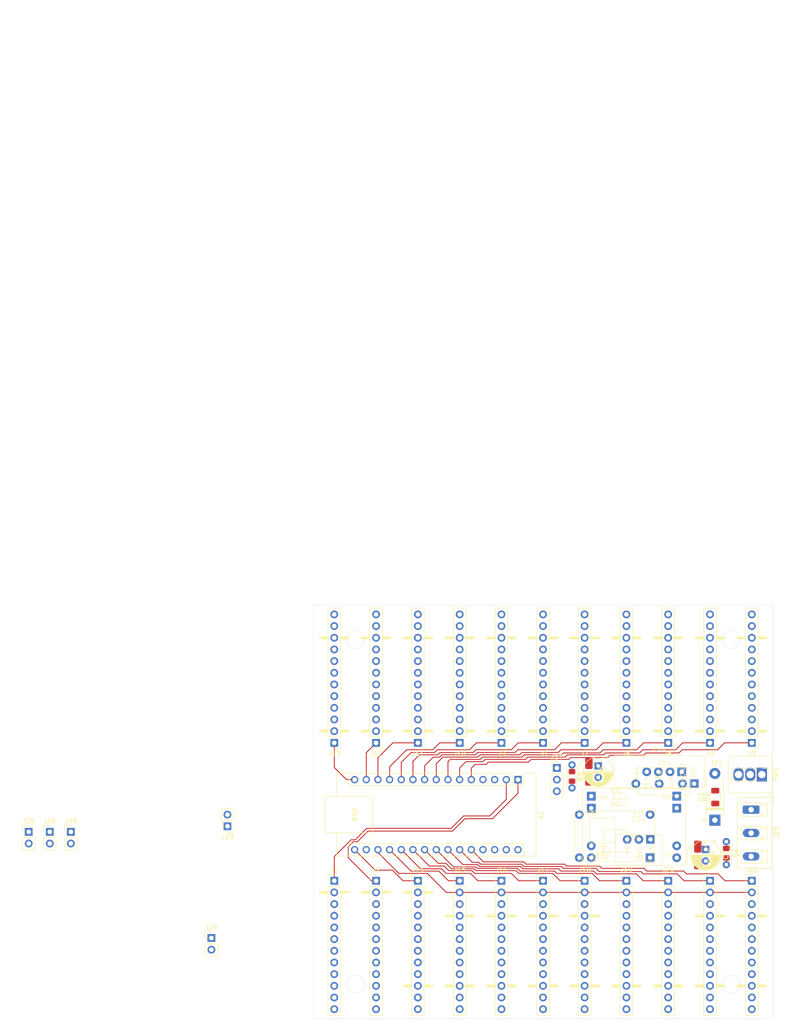
<source format=kicad_pcb>
(kicad_pcb (version 20241229) (generator "pcbnew") (generator_version "9.0")
  (layers (0 "F.Cu" signal) (2 "B.Cu" signal) (13 "F.Paste" user) (15 "B.Paste" user) (5 "F.SilkS" user "F.Silkscreen") (7 "B.SilkS" user "B.Silkscreen") (1 "F.Mask" user) (3 "B.Mask" user) (25 "Edge.Cuts" user))
  (net 0 "")
  (net 1 "Net-(A1-D4)")
  (net 2 "Net-(A1-D2)")
  (net 3 "Net-(J28-Pin_1)")
  (net 4 "Net-(A1-D0{slash}RX)")
  (net 5 "GND1")
  (net 6 "Net-(A1-D6)")
  (net 7 "Net-(A1-3V3)")
  (net 8 "Net-(A1-A4)")
  (net 9 "Net-(A1-A5)")
  (net 10 "Net-(A1-A3)")
  (net 11 "Net-(A1-D9)")
  (net 12 "Net-(A1-A0)")
  (net 13 "Net-(A1-D11)")
  (net 14 "Net-(A1-D7)")
  (net 15 "Net-(A1-D13)")
  (net 16 "Net-(A1-D12)")
  (net 17 "Net-(A1-D3)")
  (net 18 "Net-(A1-D5)")
  (net 19 "Net-(A1-AREF)")
  (net 20 "Net-(A1-A7)")
  (net 21 "Net-(A1-D8)")
  (net 22 "Net-(A1-A1)")
  (net 23 "Net-(A1-A6)")
  (net 24 "Net-(A1-D1{slash}TX)")
  (net 25 "Net-(A1-D10)")
  (net 26 "+5V")
  (net 27 "Net-(A1-A2)")
  (net 28 "Net-(A1-VIN)")
  (net 29 "GND")
  (net 30 "+24V")
  (net 31 "Net-(D1-A)")
  (net 32 "/0V_bipolar")
  (net 33 "/Not_assigned")
  (net 35 "/-10V_bipolar")
  (net 38 "/+10V_bipolar")
  (net 39 "/Diag_for_future")
  (net 95 "Earth")
  (net 96 "Net-(J23-Pin_1)")
  (footprint "Capacitor_SMD:CP_Elec_4x5.3" (layer "F.Cu") (at 159.98 86.197139 -90)
    (property "Reference" "C8")
    (property "Value" "C_Polarized")
  )
  (footprint "Capacitor_THT:CP_Radial_D6.3mm_P2.50mm" (layer "F.Cu") (at 185.4 103.2 -90)
    (property "Reference" "C5")
    (property "Value" "C_Polarized")
  )
  (footprint "tuxmio:MB_AIP_socket_PinHeader_1x12_P2.54mm_Vertical" (layer "F.Cu") (at 150 110)
    (property "Reference" "J17")
    (property "Value" "AIP_Conn_01x12_Socket")
  )
  (footprint "Module:Arduino_Nano" (layer "F.Cu") (at 144.54 88 -90)
    (property "Reference" "A1")
    (property "Value" "Arduino_Nano_v3.x")
  )
  (footprint "tuxmio:MB_AIP_socket_PinHeader_1x12_P2.54mm_Vertical" (layer "F.Cu") (at 186.35 110)
    (property "Reference" "J21")
    (property "Value" "AIP_Conn_01x12_Socket")
  )
  (footprint "tuxmio:MB_GPP_socket_PinHeader_1x12_P2.54mm_Vertical" (layer "F.Cu") (at 122.75 110)
    (property "Reference" "J14")
    (property "Value" "GPP_Conn_01x12_Socket")
  )
  (footprint "tuxmio:LM2596_mini_module" (layer "F.Cu") (at 165.6 100.3 180)
    (property "Reference" "U2")
    (property "Value" "LM2596_mini_module")
  )
  (footprint "tuxmio:MB_GPP_socket_PinHeader_1x12_P2.54mm_Vertical" (layer "F.Cu") (at 159.05 80 180)
    (property "Reference" "J7")
    (property "Value" "GPP_Conn_01x12_Socket")
  )
  (footprint "tuxmio:MB_GPP_socket_PinHeader_1x12_P2.54mm_Vertical" (layer "F.Cu") (at 113.65 80 180)
    (property "Reference" "J12")
    (property "Value" "GPP_Conn_01x12_Socket")
  )
  (footprint "tuxmio:MB_GPP_socket_PinHeader_1x12_P2.54mm_Vertical" (layer "F.Cu") (at 168.15 80 180)
    (property "Reference" "J6")
    (property "Value" "GPP_Conn_01x12_Socket")
  )
  (footprint "tuxmio:MB_URP_socket_PinHeader_1x12_P2.54mm_Vertical" (layer "F.Cu") (at 104.55 110)
    (property "Reference" "J1")
    (property "Value" "URP_Conn_01x12_Socket")
  )
  (footprint "tuxmio:MB_AIP_socket_PinHeader_1x12_P2.54mm_Vertical" (layer "F.Cu") (at 131.85 110)
    (property "Reference" "J15")
    (property "Value" "AIP_Conn_01x12_Socket")
  )
  (footprint "tuxmio:MB_AIP_socket_PinHeader_1x12_P2.54mm_Vertical" (layer "F.Cu") (at 195.45 110)
    (property "Reference" "J22")
    (property "Value" "AIP_Conn_01x12_Socket")
  )
  (footprint "Connector_PinHeader_2.54mm:PinHeader_1x02_P2.54mm_Vertical" (layer "F.Cu") (at 81.3 98.15 180)
    (property "Reference" "J29")
    (property "Value" "Conn_01x02_Pin")
  )
  (footprint "Connector_PinHeader_2.54mm:PinHeader_1x03_P2.54mm_Vertical" (layer "F.Cu") (at 153 85.46)
    (property "Reference" "J27")
    (property "Value" "Conn_01x03_Pin")
  )
  (footprint "tuxmio:MB_GPP_socket_PinHeader_1x12_P2.54mm_Vertical" (layer "F.Cu") (at 140.95 80 180)
    (property "Reference" "J9")
    (property "Value" "GPP_Conn_01x12_Socket")
  )
  (footprint "Connector_PinHeader_2.54mm:PinHeader_1x02_P2.54mm_Vertical" (layer "F.Cu") (at 47.2 99.36)
    (property "Reference" "J28")
    (property "Value" "Conn_01x02_Pin")
  )
  (footprint "tuxmio:MB_GPP_socket_PinHeader_1x12_P2.54mm_Vertical" (layer "F.Cu") (at 104.55 80 180)
    (property "Reference" "J13")
    (property "Value" "GPP_Conn_01x12_Socket")
  )
  (footprint "Diode_THT:D_DO-15_P10.16mm_Horizontal" (layer "F.Cu") (at 187.4 96.82 90)
    (property "Reference" "D2")
    (property "Value" "D_Schottky")
  )
  (footprint "tuxmio:MB_AIP_socket_PinHeader_1x12_P2.54mm_Vertical" (layer "F.Cu") (at 159.05 110)
    (property "Reference" "J18")
    (property "Value" "AIP_Conn_01x12_Socket")
  )
  (footprint "Connector_PinHeader_2.54mm:PinHeader_1x02_P2.54mm_Vertical" (layer "F.Cu") (at 77.8 122.46)
    (property "Reference" "J24")
    (property "Value" "Conn_01x02_Pin")
  )
  (footprint "tuxmio:SW-SPDT_1x03_P2.54mm_Vertical" (layer "F.Cu") (at 197.64 86.9 -90)
    (property "Reference" "SW1")
    (property "Value" "SW_SPDT")
  )
  (footprint "Capacitor_THT:C_Disc_D4.3mm_W1.9mm_P5.00mm" (layer "F.Cu") (at 189.9 101.499999 -90)
    (property "Reference" "C1")
    (property "Value" "C")
  )
  (footprint "tuxmio:MB_GPP_socket_PinHeader_1x12_P2.54mm_Vertical" (layer "F.Cu") (at 150 80 180)
    (property "Reference" "J8")
    (property "Value" "GPP_Conn_01x12_Socket")
  )
  (footprint "Capacitor_THT:C_Disc_D4.3mm_W1.9mm_P5.00mm" (layer "F.Cu") (at 156.3 84.8 -90)
    (property "Reference" "C3")
    (property "Value" "C")
  )
  (footprint "tuxmio:DD4012SA" (layer "F.Cu") (at 170.86 101 180)
    (property "Reference" "PS3")
    (property "Value" "DD4012SA")
  )
  (footprint "tuxmio:MB_ICP_socket_PinHeader_1x12_P2.54mm_Vertical" (layer "F.Cu") (at 168.15 110)
    (property "Reference" "J19")
    (property "Value" "ICP_Conn_01x12_Socket")
  )
  (footprint "Capacitor_THT:CP_Radial_D6.3mm_P2.50mm" (layer "F.Cu") (at 162 85.017621 -90)
    (property "Reference" "C7")
    (property "Value" "C_Polarized")
  )
  (footprint "tuxmio:MB_GPP_socket_PinHeader_1x12_P2.54mm_Vertical" (layer "F.Cu") (at 131.85 80 180)
    (property "Reference" "J10")
    (property "Value" "GPP_Conn_01x12_Socket")
  )
  (footprint "Capacitor_SMD:CP_Elec_4x5.3" (layer "F.Cu") (at 183.7 104.382379 -90)
    (property "Reference" "C6")
    (property "Value" "C_Polarized")
  )
  (footprint "Capacitor_SMD:C_0805_2012Metric_Pad1.18x1.45mm_HandSolder" (layer "F.Cu") (at 156.3 87.3 -90)
    (property "Reference" "C4")
    (property "Value" "C")
  )
  (footprint "tuxmio:MB_GPP_socket_PinHeader_1x12_P2.54mm_Vertical" (layer "F.Cu") (at 177.25 80 180)
    (property "Reference" "J5")
    (property "Value" "GPP_Conn_01x12_Socket")
  )
  (footprint "Connector_PinHeader_2.54mm:PinHeader_1x02_P2.54mm_Vertical" (layer "F.Cu") (at 42.61 99.36)
    (property "Reference" "J26")
    (property "Value" "Conn_01x02_Pin")
  )
  (footprint "tuxmio:LM2596s_module" (layer "F.Cu") (at 169.8 98.3 180)
    (property "Reference" "U1")
    (property "Value" "LM2596s_module")
  )
  (footprint "tuxmio:MB_GPP_socket_PinHeader_1x12_P2.54mm_Vertical" (layer "F.Cu") (at 186.35 80 180)
    (property "Reference" "J4")
    (property "Value" "GPP_Conn_01x12_Socket")
  )
  (footprint "tuxmio:B240XS-2W" (layer "F.Cu") (at 175.28 88.9 180)
    (property "Reference" "PS2")
    (property "Value" "B240XS-2W")
  )
  (footprint "tuxmio:MB_AIP_socket_PinHeader_1x12_P2.54mm_Vertical" (layer "F.Cu") (at 140.95 110)
    (property "Reference" "J16")
    (property "Value" "AIP_Conn_01x12_Socket")
  )
  (footprint "Diode_SMD:D_1206_3216Metric" (layer "F.Cu") (at 187.5 91.8 90)
    (property "Reference" "D1")
    (property "Value" "D_Schottky")
  )
  (footprint "Connector_PinHeader_2.54mm:PinHeader_1x02_P2.54mm_Vertical" (layer "F.Cu") (at 38.02 99.36)
    (property "Reference" "J25")
    (property "Value" "Conn_01x02_Pin")
  )
  (footprint "Capacitor_SMD:C_0805_2012Metric_Pad1.18x1.45mm_HandSolder" (layer "F.Cu") (at 189.9 103.999999 -90)
    (property "Reference" "C2")
    (property "Value" "C")
  )
  (footprint "tuxmio:B240XS-1W" (layer "F.Cu") (at 176.38 86.3 180)
    (property "Reference" "PS1")
    (property "Value" "B240XS-1W")
  )
  (footprint "tuxmio:MB_URP_socket_PinHeader_1x12_P2.54mm_Vertical" (layer "F.Cu") (at 113.65 110)
    (property "Reference" "J2")
    (property "Value" "URP_Conn_01x12_Socket")
  )
  (footprint "tuxmio:MB_ICP_socket_PinHeader_1x12_P2.54mm_Vertical" (layer "F.Cu") (at 177.25 110)
    (property "Reference" "J20")
    (property "Value" "ICP_Conn_01x12_Socket")
  )
  (footprint "tuxmio:MB_GPP_socket_PinHeader_1x12_P2.54mm_Vertical" (layer "F.Cu") (at 195.45 80 180)
    (property "Reference" "J3")
    (property "Value" "GPP_Conn_01x12_Socket")
  )
  (footprint "tuxmio:MB_GPP_socket_PinHeader_1x12_P2.54mm_Vertical" (layer "F.Cu") (at 122.75 80 180)
    (property "Reference" "J11")
    (property "Value" "GPP_Conn_01x12_Socket")
  )
  (footprint "Connector_Phoenix_MC_HighVoltage:PhoenixContact_MCV_1,5_3-G-5.08_1x03_P5.08mm_Vertical" (layer "F.Cu") (at 195.3 94.54 -90)
    (property "Reference" "J23")
    (property "Value" "Conn_01x03_Pin")
  )
  (gr_rect (start 100 50) (end 200 140) (stroke (width 0.05)) (fill no) (layer "Edge.Cuts"))
  (gr_circle (center 109.1 57.5) (end 111.1 57.5) (stroke (width 0.05)) (fill no) (layer "Edge.Cuts"))
  (gr_circle (center 109.1 132.5) (end 111.1 132.5) (stroke (width 0.05)) (fill no) (layer "Edge.Cuts"))
  (gr_circle (center 190.9 57.5) (end 192.9 57.5) (stroke (width 0.05)) (fill no) (layer "Edge.Cuts"))
  (gr_circle (center 190.9 132.5) (end 192.9 132.5) (stroke (width 0.05)) (fill no) (layer "Edge.Cuts"))
  (segment (start 162.4 82.2) (end 163.1 81.5) (width 0.2) (layer "F.Cu") (net 1))
  (segment (start 129.8 83.6) (end 136.3 83.6) (width 0.2) (layer "F.Cu") (net 1))
  (segment (start 171.9 80) (end 177.25 80) (width 0.2) (layer "F.Cu") (net 1))
  (segment (start 136.3 83.6) (end 136.8 83.1) (width 0.2) (layer "F.Cu") (net 1))
  (segment (start 129.3 84.1) (end 129.8 83.6) (width 0.2) (layer "F.Cu") (net 1))
  (segment (start 154 82.6) (end 154.4 82.2) (width 0.2) (layer "F.Cu") (net 1))
  (segment (start 136.8 83.1) (end 145.4 83.1) (width 0.2) (layer "F.Cu") (net 1))
  (segment (start 170.4 81.5) (end 171.9 80) (width 0.2) (layer "F.Cu") (net 1))
  (segment (start 154.4 82.2) (end 162.4 82.2) (width 0.2) (layer "F.Cu") (net 1))
  (segment (start 145.4 83.1) (end 145.9 82.6) (width 0.2) (layer "F.Cu") (net 1))
  (segment (start 145.9 82.6) (end 154 82.6) (width 0.2) (layer "F.Cu") (net 1))
  (segment (start 129.3 88) (end 129.3 84.1) (width 0.2) (layer "F.Cu") (net 1))
  (segment (start 163.1 81.5) (end 170.4 81.5) (width 0.2) (layer "F.Cu") (net 1))
  (segment (start 156 83.2) (end 164.1 83.2) (width 0.2) (layer "F.Cu") (net 2))
  (segment (start 164.6 82.7) (end 171.9 82.7) (width 0.2) (layer "F.Cu") (net 2))
  (segment (start 189.5 80) (end 195.45 80) (width 0.2) (layer "F.Cu") (net 2))
  (segment (start 188 81.5) (end 189.5 80) (width 0.2) (layer "F.Cu") (net 2))
  (segment (start 179.6 82.2) (end 180.3 81.5) (width 0.2) (layer "F.Cu") (net 2))
  (segment (start 180.3 81.5) (end 188 81.5) (width 0.2) (layer "F.Cu") (net 2))
  (segment (start 171.9 82.7) (end 172.4 82.2) (width 0.2) (layer "F.Cu") (net 2))
  (segment (start 134.38 88) (end 134.38 85.52) (width 0.2) (layer "F.Cu") (net 2))
  (segment (start 146.8 84.2) (end 147.4 83.6) (width 0.2) (layer "F.Cu") (net 2))
  (segment (start 137.6 84.7) (end 138.1 84.2) (width 0.2) (layer "F.Cu") (net 2))
  (segment (start 155.6 83.6) (end 156 83.2) (width 0.2) (layer "F.Cu") (net 2))
  (segment (start 164.1 83.2) (end 164.6 82.7) (width 0.2) (layer "F.Cu") (net 2))
  (segment (start 172.4 82.2) (end 179.6 82.2) (width 0.2) (layer "F.Cu") (net 2))
  (segment (start 147.4 83.6) (end 155.6 83.6) (width 0.2) (layer "F.Cu") (net 2))
  (segment (start 138.1 84.2) (end 146.8 84.2) (width 0.2) (layer "F.Cu") (net 2))
  (segment (start 135.2 84.7) (end 137.6 84.7) (width 0.2) (layer "F.Cu") (net 2))
  (segment (start 134.38 85.52) (end 135.2 84.7) (width 0.2) (layer "F.Cu") (net 2))
  (segment (start 104.55 104.75) (end 108.2 101.1) (width 0.2) (layer "F.Cu") (net 4))
  (segment (start 109.1 101.1) (end 111.6 98.6) (width 0.2) (layer "F.Cu") (net 4))
  (segment (start 104.55 110) (end 104.55 104.75) (width 0.2) (layer "F.Cu") (net 4))
  (segment (start 138.4 95.9) (end 142 92.3) (width 0.2) (layer "F.Cu") (net 4))
  (segment (start 142 92.3) (end 142 88) (width 0.2) (layer "F.Cu") (net 4))
  (segment (start 108.2 101.1) (end 109.1 101.1) (width 0.2) (layer "F.Cu") (net 4))
  (segment (start 111.6 98.6) (end 130 98.6) (width 0.2) (layer "F.Cu") (net 4))
  (segment (start 130 98.6) (end 132.7 95.9) (width 0.2) (layer "F.Cu") (net 4))
  (segment (start 132.7 95.9) (end 138.4 95.9) (width 0.2) (layer "F.Cu") (net 4))
  (segment (start 128 82.6) (end 135.3 82.6) (width 0.2) (layer "F.Cu") (net 6))
  (segment (start 135.8 82.1) (end 143.9 82.1) (width 0.2) (layer "F.Cu") (net 6))
  (segment (start 124.22 88) (end 124.22 84.98) (width 0.2) (layer "F.Cu") (net 6))
  (segment (start 144.5 81.5) (end 152.5 81.5) (width 0.2) (layer "F.Cu") (net 6))
  (segment (start 127.5 83.1) (end 128 82.6) (width 0.2) (layer "F.Cu") (net 6))
  (segment (start 124.22 84.98) (end 126.1 83.1) (width 0.2) (layer "F.Cu") (net 6))
  (segment (start 152.5 81.5) (end 154 80) (width 0.2) (layer "F.Cu") (net 6))
  (segment (start 126.1 83.1) (end 127.5 83.1) (width 0.2) (layer "F.Cu") (net 6))
  (segment (start 135.3 82.6) (end 135.8 82.1) (width 0.2) (layer "F.Cu") (net 6))
  (segment (start 143.9 82.1) (end 144.5 81.5) (width 0.2) (layer "F.Cu") (net 6))
  (segment (start 154 80) (end 159.05 80) (width 0.2) (layer "F.Cu") (net 6))
  (segment (start 144.4 107.3) (end 145 107.9) (width 0.2) (layer "F.Cu") (net 8))
  (segment (start 126.76 103.24) (end 127.44 103.24) (width 0.2) (layer "F.Cu") (net 8))
  (segment (start 145 107.9) (end 152.5 107.9) (width 0.2) (layer "F.Cu") (net 8))
  (segment (start 162.3 110) (end 168.15 110) (width 0.2) (layer "F.Cu") (net 8))
  (segment (start 135.398 106.998) (end 135.7 107.3) (width 0.2) (layer "F.Cu") (net 8))
  (segment (start 126.76 103.24) (end 130.518 106.998) (width 0.2) (layer "F.Cu") (net 8))
  (segment (start 152.5 107.9) (end 153 108.4) (width 0.2) (layer "F.Cu") (net 8))
  (segment (start 153 108.4) (end 160.7 108.4) (width 0.2) (layer "F.Cu") (net 8))
  (segment (start 135.7 107.3) (end 144.4 107.3) (width 0.2) (layer "F.Cu") (net 8))
  (segment (start 160.7 108.4) (end 162.3 110) (width 0.2) (layer "F.Cu") (net 8))
  (segment (start 130.518 106.998) (end 135.398 106.998) (width 0.2) (layer "F.Cu") (net 8))
  (segment (start 132.56 106.5) (end 135.8 106.5) (width 0.2) (layer "F.Cu") (net 9))
  (segment (start 153.9 107.9) (end 161 107.9) (width 0.2) (layer "F.Cu") (net 9))
  (segment (start 135.8 106.5) (end 136.2 106.9) (width 0.2) (layer "F.Cu") (net 9))
  (segment (start 145.1 106.9) (end 145.6 107.4) (width 0.2) (layer "F.Cu") (net 9))
  (segment (start 129.3 103.24) (end 132.56 106.5) (width 0.2) (layer "F.Cu") (net 9))
  (segment (start 136.2 106.9) (end 145.1 106.9) (width 0.2) (layer "F.Cu") (net 9))
  (segment (start 161.6 108.5) (end 170.3 108.5) (width 0.2) (layer "F.Cu") (net 9))
  (segment (start 171.8 110) (end 177.25 110) (width 0.2) (layer "F.Cu") (net 9))
  (segment (start 161 107.9) (end 161.6 108.5) (width 0.2) (layer "F.Cu") (net 9))
  (segment (start 170.3 108.5) (end 171.8 110) (width 0.2) (layer "F.Cu") (net 9))
  (segment (start 145.6 107.4) (end 153.4 107.4) (width 0.2) (layer "F.Cu") (net 9))
  (segment (start 153.4 107.4) (end 153.9 107.9) (width 0.2) (layer "F.Cu") (net 9))
  (segment (start 130.033575 107.399) (end 134.999604 107.399) (width 0.2) (layer "F.Cu") (net 10))
  (segment (start 128.834575 106.2) (end 130.033575 107.399) (width 0.2) (layer "F.Cu") (net 10))
  (segment (start 144.7 108.4) (end 152.1 108.4) (width 0.2) (layer "F.Cu") (net 10))
  (segment (start 144.1 107.8) (end 144.7 108.4) (width 0.2) (layer "F.Cu") (net 10))
  (segment (start 153.7 110) (end 159.05 110) (width 0.2) (layer "F.Cu") (net 10))
  (segment (start 134.999604 107.399) (end 135.400604 107.8) (width 0.2) (layer "F.Cu") (net 10))
  (segment (start 124.22 103.24) (end 127.18 106.2) (width 0.2) (layer "F.Cu") (net 10))
  (segment (start 152.1 108.4) (end 153.7 110) (width 0.2) (layer "F.Cu") (net 10))
  (segment (start 127.18 106.2) (end 128.834575 106.2) (width 0.2) (layer "F.Cu") (net 10))
  (segment (start 135.400604 107.8) (end 144.1 107.8) (width 0.2) (layer "F.Cu") (net 10))
  (segment (start 116.6 88) (end 116.6 85.2) (width 0.2) (layer "F.Cu") (net 11))
  (segment (start 127.5 80) (end 131.85 80) (width 0.2) (layer "F.Cu") (net 11))
  (segment (start 126 81.5) (end 127.5 80) (width 0.2) (layer "F.Cu") (net 11))
  (segment (start 116.6 85.2) (end 120.3 81.5) (width 0.2) (layer "F.Cu") (net 11))
  (segment (start 120.3 81.5) (end 126 81.5) (width 0.2) (layer "F.Cu") (net 11))
  (segment (start 116.6 103.24) (end 121.26 107.9) (width 0.2) (layer "F.Cu") (net 12))
  (segment (start 121.26 107.9) (end 127.3 107.9) (width 0.2) (layer "F.Cu") (net 12))
  (segment (start 127.3 107.9) (end 129.4 110) (width 0.2) (layer "F.Cu") (net 12))
  (segment (start 129.4 110) (end 131.85 110) (width 0.2) (layer "F.Cu") (net 12))
  (segment (start 111.52 88) (end 111.52 82.13) (width 0.2) (layer "F.Cu") (net 13))
  (segment (start 111.52 82.13) (end 113.65 80) (width 0.2) (layer "F.Cu") (net 13))
  (segment (start 135.4 81.5) (end 143.1 81.5) (width 0.2) (layer "F.Cu") (net 14))
  (segment (start 144.6 80) (end 150 80) (width 0.2) (layer "F.Cu") (net 14))
  (segment (start 127.1 82.6) (end 127.6 82.1) (width 0.2) (layer "F.Cu") (net 14))
  (segment (start 143.1 81.5) (end 144.6 80) (width 0.2) (layer "F.Cu") (net 14))
  (segment (start 127.6 82.1) (end 134.8 82.1) (width 0.2) (layer "F.Cu") (net 14))
  (segment (start 121.68 88) (end 121.68 84.02) (width 0.2) (layer "F.Cu") (net 14))
  (segment (start 134.8 82.1) (end 135.4 81.5) (width 0.2) (layer "F.Cu") (net 14))
  (segment (start 123.1 82.6) (end 127.1 82.6) (width 0.2) (layer "F.Cu") (net 14))
  (segment (start 121.68 84.02) (end 123.1 82.6) (width 0.2) (layer "F.Cu") (net 14))
  (segment (start 113.44 107.7) (end 117.2 107.7) (width 0.2) (layer "F.Cu") (net 15))
  (segment (start 108.98 103.24) (end 113.44 107.7) (width 0.2) (layer "F.Cu") (net 15))
  (segment (start 117.2 107.7) (end 119.5 110) (width 0.2) (layer "F.Cu") (net 15))
  (segment (start 119.5 110) (end 122.75 110) (width 0.2) (layer "F.Cu") (net 15))
  (segment (start 107.2 88) (end 104.55 85.35) (width 0.2) (layer "F.Cu") (net 16))
  (segment (start 108.98 88) (end 107.2 88) (width 0.2) (layer "F.Cu") (net 16))
  (segment (start 104.55 85.35) (end 104.55 80) (width 0.2) (layer "F.Cu") (net 16))
  (segment (start 180.4 80) (end 186.35 80) (width 0.2) (layer "F.Cu") (net 17))
  (segment (start 131.84 88) (end 131.84 85.46) (width 0.2) (layer "F.Cu") (net 17))
  (segment (start 171 82.2) (end 171.7 81.5) (width 0.2) (layer "F.Cu") (net 17))
  (segment (start 163.2 82.6) (end 163.6 82.2) (width 0.2) (layer "F.Cu") (net 17))
  (segment (start 137.4 83.6) (end 146.2 83.6) (width 0.2) (layer "F.Cu") (net 17))
  (segment (start 133.2 84.1) (end 136.9 84.1) (width 0.2) (layer "F.Cu") (net 17))
  (segment (start 155.3 82.6) (end 163.2 82.6) (width 0.2) (layer "F.Cu") (net 17))
  (segment (start 131.84 85.46) (end 133.2 84.1) (width 0.2) (layer "F.Cu") (net 17))
  (segment (start 163.6 82.2) (end 171 82.2) (width 0.2) (layer "F.Cu") (net 17))
  (segment (start 154.8 83.1) (end 155.3 82.6) (width 0.2) (layer "F.Cu") (net 17))
  (segment (start 146.7 83.1) (end 154.8 83.1) (width 0.2) (layer "F.Cu") (net 17))
  (segment (start 171.7 81.5) (end 178.9 81.5) (width 0.2) (layer "F.Cu") (net 17))
  (segment (start 178.9 81.5) (end 180.4 80) (width 0.2) (layer "F.Cu") (net 17))
  (segment (start 136.9 84.1) (end 137.4 83.6) (width 0.2) (layer "F.Cu") (net 17))
  (segment (start 146.2 83.6) (end 146.7 83.1) (width 0.2) (layer "F.Cu") (net 17))
  (segment (start 161.6 81.5) (end 163.1 80) (width 0.2) (layer "F.Cu") (net 18))
  (segment (start 144.9 82.6) (end 145.4 82.1) (width 0.2) (layer "F.Cu") (net 18))
  (segment (start 135.8 83.1) (end 136.3 82.6) (width 0.2) (layer "F.Cu") (net 18))
  (segment (start 153.9 81.5) (end 161.6 81.5) (width 0.2) (layer "F.Cu") (net 18))
  (segment (start 126.76 84.54) (end 128.2 83.1) (width 0.2) (layer "F.Cu") (net 18))
  (segment (start 153.3 82.1) (end 153.9 81.5) (width 0.2) (layer "F.Cu") (net 18))
  (segment (start 136.3 82.6) (end 144.9 82.6) (width 0.2) (layer "F.Cu") (net 18))
  (segment (start 128.2 83.1) (end 135.8 83.1) (width 0.2) (layer "F.Cu") (net 18))
  (segment (start 163.1 80) (end 168.15 80) (width 0.2) (layer "F.Cu") (net 18))
  (segment (start 145.4 82.1) (end 153.3 82.1) (width 0.2) (layer "F.Cu") (net 18))
  (segment (start 126.76 88) (end 126.76 84.54) (width 0.2) (layer "F.Cu") (net 18))
  (segment (start 128.94 112.54) (end 131.85 112.54) (width 0.2) (layer "F.Cu") (net 19))
  (segment (start 114.06 103.24) (end 114.06 103.86) (width 0.2) (layer "F.Cu") (net 19))
  (segment (start 140.95 112.54) (end 195.45 112.54) (width 0.2) (layer "F.Cu") (net 19))
  (segment (start 114.06 103.86) (end 118.6 108.4) (width 0.2) (layer "F.Cu") (net 19))
  (segment (start 124.8 108.4) (end 128.94 112.54) (width 0.2) (layer "F.Cu") (net 19))
  (segment (start 118.6 108.4) (end 124.8 108.4) (width 0.2) (layer "F.Cu") (net 19))
  (segment (start 131.85 112.54) (end 140.95 112.54) (width 0.2) (layer "F.Cu") (net 19))
  (segment (start 145.8 105.9) (end 146.3 106.4) (width 0.2) (layer "F.Cu") (net 20))
  (segment (start 172 107.3) (end 172.6 107.9) (width 0.2) (layer "F.Cu") (net 20))
  (segment (start 162.8 107.3) (end 172 107.3) (width 0.2) (layer "F.Cu") (net 20))
  (segment (start 146.3 106.4) (end 154.7 106.4) (width 0.2) (layer "F.Cu") (net 20))
  (segment (start 180.6 107.9) (end 181.2 108.5) (width 0.2) (layer "F.Cu") (net 20))
  (segment (start 154.7 106.4) (end 155.1 106.8) (width 0.2) (layer "F.Cu") (net 20))
  (segment (start 155.1 106.8) (end 162.3 106.8) (width 0.2) (layer "F.Cu") (net 20))
  (segment (start 189.6 110) (end 195.45 110) (width 0.2) (layer "F.Cu") (net 20))
  (segment (start 181.2 108.5) (end 188.1 108.5) (width 0.2) (layer "F.Cu") (net 20))
  (segment (start 188.1 108.5) (end 189.6 110) (width 0.2) (layer "F.Cu") (net 20))
  (segment (start 172.6 107.9) (end 180.6 107.9) (width 0.2) (layer "F.Cu") (net 20))
  (segment (start 162.3 106.8) (end 162.8 107.3) (width 0.2) (layer "F.Cu") (net 20))
  (segment (start 134.38 103.24) (end 137.04 105.9) (width 0.2) (layer "F.Cu") (net 20))
  (segment (start 137.04 105.9) (end 145.8 105.9) (width 0.2) (layer "F.Cu") (net 20))
  (segment (start 119.14 88) (end 119.14 84.26) (width 0.2) (layer "F.Cu") (net 21))
  (segment (start 134 81.5) (end 135.5 80) (width 0.2) (layer "F.Cu") (net 21))
  (segment (start 126.4 82.1) (end 127 81.5) (width 0.2) (layer "F.Cu") (net 21))
  (segment (start 119.14 84.26) (end 121.3 82.1) (width 0.2) (layer "F.Cu") (net 21))
  (segment (start 121.3 82.1) (end 126.4 82.1) (width 0.2) (layer "F.Cu") (net 21))
  (segment (start 135.5 80) (end 140.95 80) (width 0.2) (layer "F.Cu") (net 21))
  (segment (start 127 81.5) (end 134 81.5) (width 0.2) (layer "F.Cu") (net 21))
  (segment (start 134.2 108.4) (end 135.8 110) (width 0.2) (layer "F.Cu") (net 22))
  (segment (start 127.9 107.4) (end 128.9 108.4) (width 0.2) (layer "F.Cu") (net 22))
  (segment (start 128.9 108.4) (end 134.2 108.4) (width 0.2) (layer "F.Cu") (net 22))
  (segment (start 119.14 103.24) (end 123.3 107.4) (width 0.2) (layer "F.Cu") (net 22))
  (segment (start 135.8 110) (end 140.95 110) (width 0.2) (layer "F.Cu") (net 22))
  (segment (start 123.3 107.4) (end 127.9 107.4) (width 0.2) (layer "F.Cu") (net 22))
  (segment (start 145.8 106.9) (end 154 106.9) (width 0.2) (layer "F.Cu") (net 23))
  (segment (start 145.3 106.4) (end 145.8 106.9) (width 0.2) (layer "F.Cu") (net 23))
  (segment (start 171.8 108.5) (end 179.2 108.5) (width 0.2) (layer "F.Cu") (net 23))
  (segment (start 154.4 107.3) (end 161.5 107.3) (width 0.2) (layer "F.Cu") (net 23))
  (segment (start 161.5 107.3) (end 162.2 108) (width 0.2) (layer "F.Cu") (net 23))
  (segment (start 180.7 110) (end 186.35 110) (width 0.2) (layer "F.Cu") (net 23))
  (segment (start 136.4 106.4) (end 145.3 106.4) (width 0.2) (layer "F.Cu") (net 23))
  (segment (start 131.84 103.24) (end 134.6 106) (width 0.2) (layer "F.Cu") (net 23))
  (segment (start 154 106.9) (end 154.4 107.3) (width 0.2) (layer "F.Cu") (net 23))
  (segment (start 162.2 108) (end 171.3 108) (width 0.2) (layer "F.Cu") (net 23))
  (segment (start 171.3 108) (end 171.8 108.5) (width 0.2) (layer "F.Cu") (net 23))
  (segment (start 136 106) (end 136.4 106.4) (width 0.2) (layer "F.Cu") (net 23))
  (segment (start 134.6 106) (end 136 106) (width 0.2) (layer "F.Cu") (net 23))
  (segment (start 179.2 108.5) (end 180.7 110) (width 0.2) (layer "F.Cu") (net 23))
  (segment (start 144.54 90.96) (end 144.54 88) (width 0.2) (layer "F.Cu") (net 24))
  (segment (start 133 96.5) (end 139 96.5) (width 0.2) (layer "F.Cu") (net 24))
  (segment (start 107.6 102.6) (end 108.7 101.5) (width 0.2) (layer "F.Cu") (net 24))
  (segment (start 108.7 101.5) (end 109.6 101.5) (width 0.2) (layer "F.Cu") (net 24))
  (segment (start 113.65 110) (end 112.6 110) (width 0.2) (layer "F.Cu") (net 24))
  (segment (start 139 96.5) (end 144.54 90.96) (width 0.2) (layer "F.Cu") (net 24))
  (segment (start 107.6 105) (end 107.6 102.6) (width 0.2) (layer "F.Cu") (net 24))
  (segment (start 111.9 99.2) (end 130.3 99.2) (width 0.2) (layer "F.Cu") (net 24))
  (segment (start 130.3 99.2) (end 133 96.5) (width 0.2) (layer "F.Cu") (net 24))
  (segment (start 112.6 110) (end 107.6 105) (width 0.2) (layer "F.Cu") (net 24))
  (segment (start 109.6 101.5) (end 111.9 99.2) (width 0.2) (layer "F.Cu") (net 24))
  (segment (start 117.3 80) (end 122.75 80) (width 0.2) (layer "F.Cu") (net 25))
  (segment (start 114.06 83.24) (end 117.3 80) (width 0.2) (layer "F.Cu") (net 25))
  (segment (start 114.06 88) (end 114.06 83.24) (width 0.2) (layer "F.Cu") (net 25))
  (segment (start 128.476245 106.8) (end 129.476245 107.8) (width 0.2) (layer "F.Cu") (net 27))
  (segment (start 143.1 108.4) (end 144.7 110) (width 0.2) (layer "F.Cu") (net 27))
  (segment (start 125.24 106.8) (end 128.476245 106.8) (width 0.2) (layer "F.Cu") (net 27))
  (segment (start 129.476245 107.8) (end 134.507971 107.8) (width 0.2) (layer "F.Cu") (net 27))
  (segment (start 134.507971 107.8) (end 135.107971 108.4) (width 0.2) (layer "F.Cu") (net 27))
  (segment (start 144.7 110) (end 150 110) (width 0.2) (layer "F.Cu") (net 27))
  (segment (start 135.107971 108.4) (end 143.1 108.4) (width 0.2) (layer "F.Cu") (net 27))
  (segment (start 121.68 103.24) (end 125.24 106.8) (width 0.2) (layer "F.Cu") (net 27))
)
</source>
